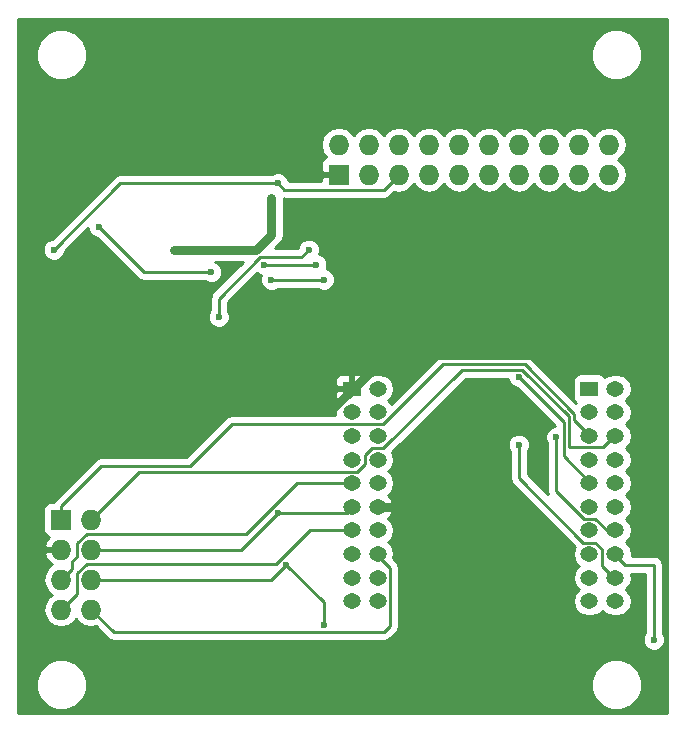
<source format=gbl>
G04 #@! TF.FileFunction,Copper,L2,Bot,Signal*
%FSLAX46Y46*%
G04 Gerber Fmt 4.6, Leading zero omitted, Abs format (unit mm)*
G04 Created by KiCad (PCBNEW 4.0.1-stable) date 16.12.2015 23:49:10*
%MOMM*%
G01*
G04 APERTURE LIST*
%ADD10C,0.100000*%
%ADD11R,1.727200X1.727200*%
%ADD12O,1.727200X1.727200*%
%ADD13R,1.500000X1.300000*%
%ADD14O,1.500000X1.300000*%
%ADD15C,0.600000*%
%ADD16C,0.250000*%
%ADD17C,0.800000*%
%ADD18C,0.254000*%
G04 APERTURE END LIST*
D10*
D11*
X157480000Y-84455000D03*
D12*
X157480000Y-81915000D03*
X160020000Y-84455000D03*
X160020000Y-81915000D03*
X162560000Y-84455000D03*
X162560000Y-81915000D03*
X165100000Y-84455000D03*
X165100000Y-81915000D03*
X167640000Y-84455000D03*
X167640000Y-81915000D03*
X170180000Y-84455000D03*
X170180000Y-81915000D03*
X172720000Y-84455000D03*
X172720000Y-81915000D03*
X175260000Y-84455000D03*
X175260000Y-81915000D03*
X177800000Y-84455000D03*
X177800000Y-81915000D03*
X180340000Y-84455000D03*
X180340000Y-81915000D03*
D13*
X158555000Y-102585000D03*
D14*
X160755000Y-102585000D03*
X158555000Y-104585000D03*
X160755000Y-104585000D03*
X158555000Y-106585000D03*
X160755000Y-106585000D03*
X158555000Y-108585000D03*
X160755000Y-108585000D03*
X158555000Y-110585000D03*
X160755000Y-110585000D03*
X158555000Y-112585000D03*
X160755000Y-112585000D03*
X158555000Y-114585000D03*
X160755000Y-114585000D03*
X158555000Y-116585000D03*
X160755000Y-116585000D03*
X158555000Y-118585000D03*
X160755000Y-118585000D03*
X158555000Y-120585000D03*
X160755000Y-120585000D03*
X180885000Y-104585000D03*
X180885000Y-106585000D03*
X178685000Y-106585000D03*
X180885000Y-102585000D03*
D13*
X178685000Y-102585000D03*
D14*
X178685000Y-104585000D03*
X178685000Y-118585000D03*
X180885000Y-118585000D03*
X180885000Y-120585000D03*
X180885000Y-114585000D03*
X178685000Y-116585000D03*
X180885000Y-116585000D03*
X178685000Y-120585000D03*
X178685000Y-114585000D03*
X178685000Y-112585000D03*
X180885000Y-110585000D03*
X178685000Y-108585000D03*
X180885000Y-108585000D03*
X178685000Y-110585000D03*
X180885000Y-112585000D03*
D11*
X133985000Y-113665000D03*
D12*
X136525000Y-113665000D03*
X133985000Y-116205000D03*
X136525000Y-116205000D03*
X133985000Y-118745000D03*
X136525000Y-118745000D03*
X133985000Y-121285000D03*
X136525000Y-121285000D03*
D15*
X153035000Y-117475000D03*
X156210000Y-122555000D03*
X147320000Y-96520000D03*
X154940000Y-90805000D03*
X135255000Y-105243760D03*
X180340000Y-99695000D03*
X173990000Y-99695000D03*
X165100000Y-125095000D03*
X145512231Y-104140000D03*
X152342769Y-113087231D03*
X133350000Y-90805000D03*
X152309990Y-85180010D03*
X143510000Y-90805000D03*
X151765000Y-86480000D03*
X172720000Y-101600000D03*
X146685000Y-92710000D03*
X137160000Y-88900000D03*
X172720000Y-107315000D03*
X175895000Y-106680000D03*
X184150000Y-123825000D03*
X156210000Y-93345000D03*
X151765000Y-93345000D03*
X155575000Y-92075000D03*
X151130000Y-92075000D03*
D16*
X136525000Y-118745000D02*
X151765000Y-118745000D01*
X151765000Y-118745000D02*
X153035000Y-117475000D01*
X156210000Y-120650000D02*
X153035000Y-117475000D01*
X156210000Y-122555000D02*
X156210000Y-120650000D01*
X147320000Y-94959998D02*
X147320000Y-96520000D01*
X154940000Y-90805000D02*
X154295001Y-91449999D01*
X154295001Y-91449999D02*
X150829999Y-91449999D01*
X150829999Y-91449999D02*
X147320000Y-94959998D01*
D17*
X135255000Y-105243760D02*
X144408471Y-105243760D01*
X144408471Y-105243760D02*
X145512231Y-104140000D01*
X173990000Y-99695000D02*
X180340000Y-99695000D01*
X161545000Y-99695000D02*
X173990000Y-99695000D01*
X158655000Y-102585000D02*
X161545000Y-99695000D01*
X165100000Y-114935000D02*
X162750000Y-112585000D01*
X162750000Y-112585000D02*
X160655000Y-112585000D01*
X165100000Y-125095000D02*
X165100000Y-114935000D01*
X145512231Y-104140000D02*
X157100000Y-104140000D01*
X157100000Y-104140000D02*
X158655000Y-102585000D01*
D16*
X136525000Y-116205000D02*
X149225000Y-116205000D01*
X149225000Y-116205000D02*
X152342769Y-113087231D01*
X152342769Y-113087231D02*
X158152769Y-113087231D01*
X158152769Y-113087231D02*
X158655000Y-112585000D01*
X138974990Y-85180010D02*
X133350000Y-90805000D01*
X152309990Y-85180010D02*
X138974990Y-85180010D01*
X152309990Y-85180010D02*
X152854980Y-85725000D01*
X152854980Y-85725000D02*
X161290000Y-85725000D01*
X161290000Y-85725000D02*
X161696401Y-85318599D01*
X161696401Y-85318599D02*
X162560000Y-84455000D01*
D17*
X150495000Y-90805000D02*
X143510000Y-90805000D01*
X151765000Y-89535000D02*
X150495000Y-90805000D01*
X151765000Y-86480000D02*
X151765000Y-89535000D01*
D16*
X172720000Y-101600000D02*
X176520001Y-105400001D01*
X176520001Y-105400001D02*
X176520001Y-108320001D01*
X176520001Y-108320001D02*
X178785000Y-110585000D01*
X140970000Y-92710000D02*
X146685000Y-92710000D01*
X137160000Y-88900000D02*
X140970000Y-92710000D01*
X172720000Y-107315000D02*
X172720000Y-110148852D01*
X172720000Y-110148852D02*
X178181138Y-115609990D01*
X178181138Y-115609990D02*
X179188862Y-115609990D01*
X179188862Y-115609990D02*
X179760010Y-116181138D01*
X179760010Y-116181138D02*
X179760010Y-117560010D01*
X179760010Y-117560010D02*
X180785000Y-118585000D01*
X175895000Y-106680000D02*
X175895000Y-111273872D01*
X175895000Y-111273872D02*
X178231118Y-113609990D01*
X178231118Y-113609990D02*
X179188862Y-113609990D01*
X179188862Y-113609990D02*
X180163872Y-114585000D01*
X180163872Y-114585000D02*
X180785000Y-114585000D01*
X184150000Y-123825000D02*
X184150000Y-117475000D01*
X184150000Y-117475000D02*
X181675000Y-117475000D01*
X181675000Y-117475000D02*
X180785000Y-116585000D01*
X151765000Y-93345000D02*
X156210000Y-93345000D01*
X151130000Y-92075000D02*
X155575000Y-92075000D01*
X133985000Y-118745000D02*
X134848599Y-117881401D01*
X135336399Y-116758601D02*
X135336399Y-115634471D01*
X134848599Y-117881401D02*
X134848599Y-117246401D01*
X135336399Y-115634471D02*
X136117269Y-114853601D01*
X134848599Y-117246401D02*
X135336399Y-116758601D01*
X136117269Y-114853601D02*
X149651397Y-114853601D01*
X149651397Y-114853601D02*
X153919998Y-110585000D01*
X153919998Y-110585000D02*
X158655000Y-110585000D01*
X133985000Y-121285000D02*
X135336399Y-119933601D01*
X135336399Y-119933601D02*
X135336399Y-118174471D01*
X154999998Y-114585000D02*
X158655000Y-114585000D01*
X135336399Y-118174471D02*
X136117269Y-117393601D01*
X136117269Y-117393601D02*
X152191397Y-117393601D01*
X152191397Y-117393601D02*
X154999998Y-114585000D01*
X136525000Y-121285000D02*
X138420001Y-123180001D01*
X138420001Y-123180001D02*
X161299999Y-123180001D01*
X161299999Y-123180001D02*
X161830010Y-122649990D01*
X161830010Y-122649990D02*
X161830010Y-117760010D01*
X161830010Y-117760010D02*
X160655000Y-116585000D01*
X180785000Y-106585000D02*
X179809990Y-107560010D01*
X173020001Y-100974999D02*
X167893853Y-100974999D01*
X179809990Y-107560010D02*
X176970011Y-107560010D01*
X159679990Y-108181138D02*
X159679990Y-108938882D01*
X137388599Y-112801401D02*
X136525000Y-113665000D01*
X176970011Y-107560010D02*
X176970011Y-104925009D01*
X167893853Y-100974999D02*
X161258862Y-107609990D01*
X159679990Y-108938882D02*
X159008882Y-109609990D01*
X176970011Y-104925009D02*
X173020001Y-100974999D01*
X161258862Y-107609990D02*
X160251138Y-107609990D01*
X160251138Y-107609990D02*
X159679990Y-108181138D01*
X159008882Y-109609990D02*
X140580010Y-109609990D01*
X140580010Y-109609990D02*
X137388599Y-112801401D01*
X178785000Y-106585000D02*
X177420020Y-105220020D01*
X177420020Y-105220020D02*
X177420020Y-104738608D01*
X177420020Y-104738608D02*
X173206401Y-100524989D01*
X166293883Y-100524989D02*
X161258862Y-105560010D01*
X173206401Y-100524989D02*
X166293883Y-100524989D01*
X161258862Y-105560010D02*
X148439990Y-105560010D01*
X148439990Y-105560010D02*
X144840020Y-109159980D01*
X144840020Y-109159980D02*
X137376420Y-109159980D01*
X137376420Y-109159980D02*
X133985000Y-112551400D01*
X133985000Y-112551400D02*
X133985000Y-113665000D01*
D18*
G36*
X185293000Y-130048000D02*
X130302000Y-130048000D01*
X130302000Y-128057815D01*
X131849630Y-128057815D01*
X132173980Y-128842800D01*
X132774041Y-129443909D01*
X133558459Y-129769628D01*
X134407815Y-129770370D01*
X135192800Y-129446020D01*
X135793909Y-128845959D01*
X136119628Y-128061541D01*
X136119631Y-128057815D01*
X178839630Y-128057815D01*
X179163980Y-128842800D01*
X179764041Y-129443909D01*
X180548459Y-129769628D01*
X181397815Y-129770370D01*
X182182800Y-129446020D01*
X182783909Y-128845959D01*
X183109628Y-128061541D01*
X183110370Y-127212185D01*
X182786020Y-126427200D01*
X182185959Y-125826091D01*
X181401541Y-125500372D01*
X180552185Y-125499630D01*
X179767200Y-125823980D01*
X179166091Y-126424041D01*
X178840372Y-127208459D01*
X178839630Y-128057815D01*
X136119631Y-128057815D01*
X136120370Y-127212185D01*
X135796020Y-126427200D01*
X135195959Y-125826091D01*
X134411541Y-125500372D01*
X133562185Y-125499630D01*
X132777200Y-125823980D01*
X132176091Y-126424041D01*
X131850372Y-127208459D01*
X131849630Y-128057815D01*
X130302000Y-128057815D01*
X130302000Y-118745000D01*
X132457041Y-118745000D01*
X132571115Y-119318489D01*
X132895971Y-119804670D01*
X133210752Y-120015000D01*
X132895971Y-120225330D01*
X132571115Y-120711511D01*
X132457041Y-121285000D01*
X132571115Y-121858489D01*
X132895971Y-122344670D01*
X133382152Y-122669526D01*
X133955641Y-122783600D01*
X134014359Y-122783600D01*
X134587848Y-122669526D01*
X135074029Y-122344670D01*
X135255000Y-122073828D01*
X135435971Y-122344670D01*
X135922152Y-122669526D01*
X136495641Y-122783600D01*
X136554359Y-122783600D01*
X136883356Y-122718158D01*
X137882600Y-123717402D01*
X138129162Y-123882149D01*
X138420001Y-123940001D01*
X161299999Y-123940001D01*
X161590838Y-123882149D01*
X161837400Y-123717402D01*
X162367411Y-123187391D01*
X162532158Y-122940829D01*
X162590010Y-122649990D01*
X162590010Y-117760010D01*
X162532158Y-117469171D01*
X162367411Y-117222609D01*
X162094576Y-116949774D01*
X162167134Y-116585000D01*
X162069319Y-116093252D01*
X161790766Y-115676368D01*
X161654024Y-115585000D01*
X161790766Y-115493632D01*
X162069319Y-115076748D01*
X162167134Y-114585000D01*
X162069319Y-114093252D01*
X161790766Y-113676368D01*
X161641087Y-113576356D01*
X161909378Y-113317678D01*
X162098099Y-112910471D01*
X161974067Y-112712000D01*
X160882000Y-112712000D01*
X160882000Y-112732000D01*
X160628000Y-112732000D01*
X160628000Y-112712000D01*
X160608000Y-112712000D01*
X160608000Y-112458000D01*
X160628000Y-112458000D01*
X160628000Y-112438000D01*
X160882000Y-112438000D01*
X160882000Y-112458000D01*
X161974067Y-112458000D01*
X162098099Y-112259529D01*
X161909378Y-111852322D01*
X161641087Y-111593644D01*
X161790766Y-111493632D01*
X162069319Y-111076748D01*
X162167134Y-110585000D01*
X162069319Y-110093252D01*
X161790766Y-109676368D01*
X161654024Y-109585000D01*
X161790766Y-109493632D01*
X162069319Y-109076748D01*
X162167134Y-108585000D01*
X162069319Y-108093252D01*
X161981633Y-107962021D01*
X168208655Y-101734999D01*
X171784882Y-101734999D01*
X171784838Y-101785167D01*
X171926883Y-102128943D01*
X172189673Y-102392192D01*
X172533201Y-102534838D01*
X172580077Y-102534879D01*
X175760001Y-105714803D01*
X175760001Y-105744882D01*
X175709833Y-105744838D01*
X175366057Y-105886883D01*
X175102808Y-106149673D01*
X174960162Y-106493201D01*
X174959838Y-106865167D01*
X175101883Y-107208943D01*
X175135000Y-107242118D01*
X175135000Y-111273872D01*
X175188430Y-111542480D01*
X173480000Y-109834050D01*
X173480000Y-107877463D01*
X173512192Y-107845327D01*
X173654838Y-107501799D01*
X173655162Y-107129833D01*
X173513117Y-106786057D01*
X173250327Y-106522808D01*
X172906799Y-106380162D01*
X172534833Y-106379838D01*
X172191057Y-106521883D01*
X171927808Y-106784673D01*
X171785162Y-107128201D01*
X171784838Y-107500167D01*
X171926883Y-107843943D01*
X171960000Y-107877118D01*
X171960000Y-110148852D01*
X172017852Y-110439691D01*
X172182599Y-110686253D01*
X177458367Y-115962021D01*
X177370681Y-116093252D01*
X177272866Y-116585000D01*
X177370681Y-117076748D01*
X177649234Y-117493632D01*
X177785976Y-117585000D01*
X177649234Y-117676368D01*
X177370681Y-118093252D01*
X177272866Y-118585000D01*
X177370681Y-119076748D01*
X177649234Y-119493632D01*
X177785976Y-119585000D01*
X177649234Y-119676368D01*
X177370681Y-120093252D01*
X177272866Y-120585000D01*
X177370681Y-121076748D01*
X177649234Y-121493632D01*
X178066118Y-121772185D01*
X178557866Y-121870000D01*
X178812134Y-121870000D01*
X179303882Y-121772185D01*
X179720766Y-121493632D01*
X179785000Y-121397499D01*
X179849234Y-121493632D01*
X180266118Y-121772185D01*
X180757866Y-121870000D01*
X181012134Y-121870000D01*
X181503882Y-121772185D01*
X181920766Y-121493632D01*
X182199319Y-121076748D01*
X182297134Y-120585000D01*
X182199319Y-120093252D01*
X181920766Y-119676368D01*
X181784024Y-119585000D01*
X181920766Y-119493632D01*
X182199319Y-119076748D01*
X182297134Y-118585000D01*
X182227514Y-118235000D01*
X183390000Y-118235000D01*
X183390000Y-123262537D01*
X183357808Y-123294673D01*
X183215162Y-123638201D01*
X183214838Y-124010167D01*
X183356883Y-124353943D01*
X183619673Y-124617192D01*
X183963201Y-124759838D01*
X184335167Y-124760162D01*
X184678943Y-124618117D01*
X184942192Y-124355327D01*
X185084838Y-124011799D01*
X185085162Y-123639833D01*
X184943117Y-123296057D01*
X184910000Y-123262882D01*
X184910000Y-117475000D01*
X184852148Y-117184161D01*
X184687401Y-116937599D01*
X184440839Y-116772852D01*
X184150000Y-116715000D01*
X182271275Y-116715000D01*
X182297134Y-116585000D01*
X182199319Y-116093252D01*
X181920766Y-115676368D01*
X181784024Y-115585000D01*
X181920766Y-115493632D01*
X182199319Y-115076748D01*
X182297134Y-114585000D01*
X182199319Y-114093252D01*
X181920766Y-113676368D01*
X181784024Y-113585000D01*
X181920766Y-113493632D01*
X182199319Y-113076748D01*
X182297134Y-112585000D01*
X182199319Y-112093252D01*
X181920766Y-111676368D01*
X181784024Y-111585000D01*
X181920766Y-111493632D01*
X182199319Y-111076748D01*
X182297134Y-110585000D01*
X182199319Y-110093252D01*
X181920766Y-109676368D01*
X181784024Y-109585000D01*
X181920766Y-109493632D01*
X182199319Y-109076748D01*
X182297134Y-108585000D01*
X182199319Y-108093252D01*
X181920766Y-107676368D01*
X181784024Y-107585000D01*
X181920766Y-107493632D01*
X182199319Y-107076748D01*
X182297134Y-106585000D01*
X182199319Y-106093252D01*
X181920766Y-105676368D01*
X181784024Y-105585000D01*
X181920766Y-105493632D01*
X182199319Y-105076748D01*
X182297134Y-104585000D01*
X182199319Y-104093252D01*
X181920766Y-103676368D01*
X181784024Y-103585000D01*
X181920766Y-103493632D01*
X182199319Y-103076748D01*
X182297134Y-102585000D01*
X182199319Y-102093252D01*
X181920766Y-101676368D01*
X181503882Y-101397815D01*
X181012134Y-101300000D01*
X180757866Y-101300000D01*
X180266118Y-101397815D01*
X179970863Y-101595098D01*
X179899090Y-101483559D01*
X179686890Y-101338569D01*
X179435000Y-101287560D01*
X177935000Y-101287560D01*
X177699683Y-101331838D01*
X177483559Y-101470910D01*
X177338569Y-101683110D01*
X177287560Y-101935000D01*
X177287560Y-103235000D01*
X177331838Y-103470317D01*
X177470910Y-103686441D01*
X177588718Y-103766936D01*
X177562455Y-103806241D01*
X173743802Y-99987588D01*
X173497240Y-99822841D01*
X173206401Y-99764989D01*
X166293883Y-99764989D01*
X166003044Y-99822841D01*
X165756482Y-99987588D01*
X161901691Y-103842379D01*
X161790766Y-103676368D01*
X161654024Y-103585000D01*
X161790766Y-103493632D01*
X162069319Y-103076748D01*
X162167134Y-102585000D01*
X162069319Y-102093252D01*
X161790766Y-101676368D01*
X161373882Y-101397815D01*
X160882134Y-101300000D01*
X160627866Y-101300000D01*
X160136118Y-101397815D01*
X159849215Y-101589517D01*
X159843327Y-101575302D01*
X159664699Y-101396673D01*
X159431310Y-101300000D01*
X158840750Y-101300000D01*
X158682000Y-101458750D01*
X158682000Y-102458000D01*
X158702000Y-102458000D01*
X158702000Y-102712000D01*
X158682000Y-102712000D01*
X158682000Y-102732000D01*
X158428000Y-102732000D01*
X158428000Y-102712000D01*
X157328750Y-102712000D01*
X157170000Y-102870750D01*
X157170000Y-103361309D01*
X157266673Y-103594698D01*
X157445301Y-103773327D01*
X157452465Y-103776295D01*
X157240681Y-104093252D01*
X157142866Y-104585000D01*
X157185634Y-104800010D01*
X148439990Y-104800010D01*
X148149150Y-104857862D01*
X147902589Y-105022609D01*
X144525218Y-108399980D01*
X137376420Y-108399980D01*
X137085581Y-108457832D01*
X136839019Y-108622579D01*
X133447599Y-112013999D01*
X133354080Y-112153960D01*
X133121400Y-112153960D01*
X132886083Y-112198238D01*
X132669959Y-112337310D01*
X132524969Y-112549510D01*
X132473960Y-112801400D01*
X132473960Y-114528600D01*
X132518238Y-114763917D01*
X132657310Y-114980041D01*
X132869510Y-115125031D01*
X132963375Y-115144039D01*
X132702312Y-115430053D01*
X132530042Y-115845974D01*
X132651183Y-116078000D01*
X133858000Y-116078000D01*
X133858000Y-116058000D01*
X134112000Y-116058000D01*
X134112000Y-116078000D01*
X134132000Y-116078000D01*
X134132000Y-116332000D01*
X134112000Y-116332000D01*
X134112000Y-116352000D01*
X133858000Y-116352000D01*
X133858000Y-116332000D01*
X132651183Y-116332000D01*
X132530042Y-116564026D01*
X132702312Y-116979947D01*
X133096510Y-117411821D01*
X133219228Y-117469336D01*
X132895971Y-117685330D01*
X132571115Y-118171511D01*
X132457041Y-118745000D01*
X130302000Y-118745000D01*
X130302000Y-101808691D01*
X157170000Y-101808691D01*
X157170000Y-102299250D01*
X157328750Y-102458000D01*
X158428000Y-102458000D01*
X158428000Y-101458750D01*
X158269250Y-101300000D01*
X157678690Y-101300000D01*
X157445301Y-101396673D01*
X157266673Y-101575302D01*
X157170000Y-101808691D01*
X130302000Y-101808691D01*
X130302000Y-90990167D01*
X132414838Y-90990167D01*
X132556883Y-91333943D01*
X132819673Y-91597192D01*
X133163201Y-91739838D01*
X133535167Y-91740162D01*
X133878943Y-91598117D01*
X134142192Y-91335327D01*
X134284838Y-90991799D01*
X134284879Y-90944923D01*
X136224908Y-89004894D01*
X136224838Y-89085167D01*
X136366883Y-89428943D01*
X136629673Y-89692192D01*
X136973201Y-89834838D01*
X137020077Y-89834879D01*
X140432599Y-93247401D01*
X140679161Y-93412148D01*
X140970000Y-93470000D01*
X146122537Y-93470000D01*
X146154673Y-93502192D01*
X146498201Y-93644838D01*
X146870167Y-93645162D01*
X147213943Y-93503117D01*
X147477192Y-93240327D01*
X147619838Y-92896799D01*
X147620162Y-92524833D01*
X147478117Y-92181057D01*
X147215327Y-91917808D01*
X147027945Y-91840000D01*
X149365196Y-91840000D01*
X146782599Y-94422597D01*
X146617852Y-94669159D01*
X146560000Y-94959998D01*
X146560000Y-95957537D01*
X146527808Y-95989673D01*
X146385162Y-96333201D01*
X146384838Y-96705167D01*
X146526883Y-97048943D01*
X146789673Y-97312192D01*
X147133201Y-97454838D01*
X147505167Y-97455162D01*
X147848943Y-97313117D01*
X148112192Y-97050327D01*
X148254838Y-96706799D01*
X148255162Y-96334833D01*
X148113117Y-95991057D01*
X148080000Y-95957882D01*
X148080000Y-95274800D01*
X150543689Y-92811111D01*
X150599673Y-92867192D01*
X150899332Y-92991622D01*
X150830162Y-93158201D01*
X150829838Y-93530167D01*
X150971883Y-93873943D01*
X151234673Y-94137192D01*
X151578201Y-94279838D01*
X151950167Y-94280162D01*
X152293943Y-94138117D01*
X152327118Y-94105000D01*
X155647537Y-94105000D01*
X155679673Y-94137192D01*
X156023201Y-94279838D01*
X156395167Y-94280162D01*
X156738943Y-94138117D01*
X157002192Y-93875327D01*
X157144838Y-93531799D01*
X157145162Y-93159833D01*
X157003117Y-92816057D01*
X156740327Y-92552808D01*
X156440668Y-92428378D01*
X156509838Y-92261799D01*
X156510162Y-91889833D01*
X156368117Y-91546057D01*
X156105327Y-91282808D01*
X155805668Y-91158378D01*
X155874838Y-90991799D01*
X155875162Y-90619833D01*
X155733117Y-90276057D01*
X155470327Y-90012808D01*
X155126799Y-89870162D01*
X154754833Y-89869838D01*
X154411057Y-90011883D01*
X154147808Y-90274673D01*
X154005162Y-90618201D01*
X154005121Y-90665077D01*
X153980199Y-90689999D01*
X152073712Y-90689999D01*
X152496853Y-90266858D01*
X152496856Y-90266856D01*
X152645095Y-90045000D01*
X152721215Y-89931078D01*
X152800001Y-89535000D01*
X152800000Y-89534995D01*
X152800000Y-86480000D01*
X152798771Y-86473819D01*
X152854980Y-86485000D01*
X161290000Y-86485000D01*
X161580839Y-86427148D01*
X161827401Y-86262401D01*
X162182027Y-85907775D01*
X162560000Y-85982959D01*
X163133489Y-85868885D01*
X163619670Y-85544029D01*
X163830000Y-85229248D01*
X164040330Y-85544029D01*
X164526511Y-85868885D01*
X165100000Y-85982959D01*
X165673489Y-85868885D01*
X166159670Y-85544029D01*
X166370000Y-85229248D01*
X166580330Y-85544029D01*
X167066511Y-85868885D01*
X167640000Y-85982959D01*
X168213489Y-85868885D01*
X168699670Y-85544029D01*
X168910000Y-85229248D01*
X169120330Y-85544029D01*
X169606511Y-85868885D01*
X170180000Y-85982959D01*
X170753489Y-85868885D01*
X171239670Y-85544029D01*
X171450000Y-85229248D01*
X171660330Y-85544029D01*
X172146511Y-85868885D01*
X172720000Y-85982959D01*
X173293489Y-85868885D01*
X173779670Y-85544029D01*
X173990000Y-85229248D01*
X174200330Y-85544029D01*
X174686511Y-85868885D01*
X175260000Y-85982959D01*
X175833489Y-85868885D01*
X176319670Y-85544029D01*
X176530000Y-85229248D01*
X176740330Y-85544029D01*
X177226511Y-85868885D01*
X177800000Y-85982959D01*
X178373489Y-85868885D01*
X178859670Y-85544029D01*
X179070000Y-85229248D01*
X179280330Y-85544029D01*
X179766511Y-85868885D01*
X180340000Y-85982959D01*
X180913489Y-85868885D01*
X181399670Y-85544029D01*
X181724526Y-85057848D01*
X181838600Y-84484359D01*
X181838600Y-84425641D01*
X181724526Y-83852152D01*
X181399670Y-83365971D01*
X181128828Y-83185000D01*
X181399670Y-83004029D01*
X181724526Y-82517848D01*
X181838600Y-81944359D01*
X181838600Y-81885641D01*
X181724526Y-81312152D01*
X181399670Y-80825971D01*
X180913489Y-80501115D01*
X180340000Y-80387041D01*
X179766511Y-80501115D01*
X179280330Y-80825971D01*
X179070000Y-81140752D01*
X178859670Y-80825971D01*
X178373489Y-80501115D01*
X177800000Y-80387041D01*
X177226511Y-80501115D01*
X176740330Y-80825971D01*
X176530000Y-81140752D01*
X176319670Y-80825971D01*
X175833489Y-80501115D01*
X175260000Y-80387041D01*
X174686511Y-80501115D01*
X174200330Y-80825971D01*
X173990000Y-81140752D01*
X173779670Y-80825971D01*
X173293489Y-80501115D01*
X172720000Y-80387041D01*
X172146511Y-80501115D01*
X171660330Y-80825971D01*
X171450000Y-81140752D01*
X171239670Y-80825971D01*
X170753489Y-80501115D01*
X170180000Y-80387041D01*
X169606511Y-80501115D01*
X169120330Y-80825971D01*
X168910000Y-81140752D01*
X168699670Y-80825971D01*
X168213489Y-80501115D01*
X167640000Y-80387041D01*
X167066511Y-80501115D01*
X166580330Y-80825971D01*
X166370000Y-81140752D01*
X166159670Y-80825971D01*
X165673489Y-80501115D01*
X165100000Y-80387041D01*
X164526511Y-80501115D01*
X164040330Y-80825971D01*
X163830000Y-81140752D01*
X163619670Y-80825971D01*
X163133489Y-80501115D01*
X162560000Y-80387041D01*
X161986511Y-80501115D01*
X161500330Y-80825971D01*
X161290000Y-81140752D01*
X161079670Y-80825971D01*
X160593489Y-80501115D01*
X160020000Y-80387041D01*
X159446511Y-80501115D01*
X158960330Y-80825971D01*
X158750000Y-81140752D01*
X158539670Y-80825971D01*
X158053489Y-80501115D01*
X157480000Y-80387041D01*
X156906511Y-80501115D01*
X156420330Y-80825971D01*
X156095474Y-81312152D01*
X155981400Y-81885641D01*
X155981400Y-81944359D01*
X156095474Y-82517848D01*
X156410526Y-82989356D01*
X156256701Y-83053073D01*
X156078073Y-83231702D01*
X155981400Y-83465091D01*
X155981400Y-84169250D01*
X156140150Y-84328000D01*
X157353000Y-84328000D01*
X157353000Y-84308000D01*
X157607000Y-84308000D01*
X157607000Y-84328000D01*
X157627000Y-84328000D01*
X157627000Y-84582000D01*
X157607000Y-84582000D01*
X157607000Y-84602000D01*
X157353000Y-84602000D01*
X157353000Y-84582000D01*
X156140150Y-84582000D01*
X155981400Y-84740750D01*
X155981400Y-84965000D01*
X153232821Y-84965000D01*
X153103107Y-84651067D01*
X152840317Y-84387818D01*
X152496789Y-84245172D01*
X152124823Y-84244848D01*
X151781047Y-84386893D01*
X151747872Y-84420010D01*
X138974990Y-84420010D01*
X138684151Y-84477862D01*
X138437589Y-84642609D01*
X133210320Y-89869878D01*
X133164833Y-89869838D01*
X132821057Y-90011883D01*
X132557808Y-90274673D01*
X132415162Y-90618201D01*
X132414838Y-90990167D01*
X130302000Y-90990167D01*
X130302000Y-74717815D01*
X131849630Y-74717815D01*
X132173980Y-75502800D01*
X132774041Y-76103909D01*
X133558459Y-76429628D01*
X134407815Y-76430370D01*
X135192800Y-76106020D01*
X135793909Y-75505959D01*
X136119628Y-74721541D01*
X136119631Y-74717815D01*
X178839630Y-74717815D01*
X179163980Y-75502800D01*
X179764041Y-76103909D01*
X180548459Y-76429628D01*
X181397815Y-76430370D01*
X182182800Y-76106020D01*
X182783909Y-75505959D01*
X183109628Y-74721541D01*
X183110370Y-73872185D01*
X182786020Y-73087200D01*
X182185959Y-72486091D01*
X181401541Y-72160372D01*
X180552185Y-72159630D01*
X179767200Y-72483980D01*
X179166091Y-73084041D01*
X178840372Y-73868459D01*
X178839630Y-74717815D01*
X136119631Y-74717815D01*
X136120370Y-73872185D01*
X135796020Y-73087200D01*
X135195959Y-72486091D01*
X134411541Y-72160372D01*
X133562185Y-72159630D01*
X132777200Y-72483980D01*
X132176091Y-73084041D01*
X131850372Y-73868459D01*
X131849630Y-74717815D01*
X130302000Y-74717815D01*
X130302000Y-71247000D01*
X185293000Y-71247000D01*
X185293000Y-130048000D01*
X185293000Y-130048000D01*
G37*
X185293000Y-130048000D02*
X130302000Y-130048000D01*
X130302000Y-128057815D01*
X131849630Y-128057815D01*
X132173980Y-128842800D01*
X132774041Y-129443909D01*
X133558459Y-129769628D01*
X134407815Y-129770370D01*
X135192800Y-129446020D01*
X135793909Y-128845959D01*
X136119628Y-128061541D01*
X136119631Y-128057815D01*
X178839630Y-128057815D01*
X179163980Y-128842800D01*
X179764041Y-129443909D01*
X180548459Y-129769628D01*
X181397815Y-129770370D01*
X182182800Y-129446020D01*
X182783909Y-128845959D01*
X183109628Y-128061541D01*
X183110370Y-127212185D01*
X182786020Y-126427200D01*
X182185959Y-125826091D01*
X181401541Y-125500372D01*
X180552185Y-125499630D01*
X179767200Y-125823980D01*
X179166091Y-126424041D01*
X178840372Y-127208459D01*
X178839630Y-128057815D01*
X136119631Y-128057815D01*
X136120370Y-127212185D01*
X135796020Y-126427200D01*
X135195959Y-125826091D01*
X134411541Y-125500372D01*
X133562185Y-125499630D01*
X132777200Y-125823980D01*
X132176091Y-126424041D01*
X131850372Y-127208459D01*
X131849630Y-128057815D01*
X130302000Y-128057815D01*
X130302000Y-118745000D01*
X132457041Y-118745000D01*
X132571115Y-119318489D01*
X132895971Y-119804670D01*
X133210752Y-120015000D01*
X132895971Y-120225330D01*
X132571115Y-120711511D01*
X132457041Y-121285000D01*
X132571115Y-121858489D01*
X132895971Y-122344670D01*
X133382152Y-122669526D01*
X133955641Y-122783600D01*
X134014359Y-122783600D01*
X134587848Y-122669526D01*
X135074029Y-122344670D01*
X135255000Y-122073828D01*
X135435971Y-122344670D01*
X135922152Y-122669526D01*
X136495641Y-122783600D01*
X136554359Y-122783600D01*
X136883356Y-122718158D01*
X137882600Y-123717402D01*
X138129162Y-123882149D01*
X138420001Y-123940001D01*
X161299999Y-123940001D01*
X161590838Y-123882149D01*
X161837400Y-123717402D01*
X162367411Y-123187391D01*
X162532158Y-122940829D01*
X162590010Y-122649990D01*
X162590010Y-117760010D01*
X162532158Y-117469171D01*
X162367411Y-117222609D01*
X162094576Y-116949774D01*
X162167134Y-116585000D01*
X162069319Y-116093252D01*
X161790766Y-115676368D01*
X161654024Y-115585000D01*
X161790766Y-115493632D01*
X162069319Y-115076748D01*
X162167134Y-114585000D01*
X162069319Y-114093252D01*
X161790766Y-113676368D01*
X161641087Y-113576356D01*
X161909378Y-113317678D01*
X162098099Y-112910471D01*
X161974067Y-112712000D01*
X160882000Y-112712000D01*
X160882000Y-112732000D01*
X160628000Y-112732000D01*
X160628000Y-112712000D01*
X160608000Y-112712000D01*
X160608000Y-112458000D01*
X160628000Y-112458000D01*
X160628000Y-112438000D01*
X160882000Y-112438000D01*
X160882000Y-112458000D01*
X161974067Y-112458000D01*
X162098099Y-112259529D01*
X161909378Y-111852322D01*
X161641087Y-111593644D01*
X161790766Y-111493632D01*
X162069319Y-111076748D01*
X162167134Y-110585000D01*
X162069319Y-110093252D01*
X161790766Y-109676368D01*
X161654024Y-109585000D01*
X161790766Y-109493632D01*
X162069319Y-109076748D01*
X162167134Y-108585000D01*
X162069319Y-108093252D01*
X161981633Y-107962021D01*
X168208655Y-101734999D01*
X171784882Y-101734999D01*
X171784838Y-101785167D01*
X171926883Y-102128943D01*
X172189673Y-102392192D01*
X172533201Y-102534838D01*
X172580077Y-102534879D01*
X175760001Y-105714803D01*
X175760001Y-105744882D01*
X175709833Y-105744838D01*
X175366057Y-105886883D01*
X175102808Y-106149673D01*
X174960162Y-106493201D01*
X174959838Y-106865167D01*
X175101883Y-107208943D01*
X175135000Y-107242118D01*
X175135000Y-111273872D01*
X175188430Y-111542480D01*
X173480000Y-109834050D01*
X173480000Y-107877463D01*
X173512192Y-107845327D01*
X173654838Y-107501799D01*
X173655162Y-107129833D01*
X173513117Y-106786057D01*
X173250327Y-106522808D01*
X172906799Y-106380162D01*
X172534833Y-106379838D01*
X172191057Y-106521883D01*
X171927808Y-106784673D01*
X171785162Y-107128201D01*
X171784838Y-107500167D01*
X171926883Y-107843943D01*
X171960000Y-107877118D01*
X171960000Y-110148852D01*
X172017852Y-110439691D01*
X172182599Y-110686253D01*
X177458367Y-115962021D01*
X177370681Y-116093252D01*
X177272866Y-116585000D01*
X177370681Y-117076748D01*
X177649234Y-117493632D01*
X177785976Y-117585000D01*
X177649234Y-117676368D01*
X177370681Y-118093252D01*
X177272866Y-118585000D01*
X177370681Y-119076748D01*
X177649234Y-119493632D01*
X177785976Y-119585000D01*
X177649234Y-119676368D01*
X177370681Y-120093252D01*
X177272866Y-120585000D01*
X177370681Y-121076748D01*
X177649234Y-121493632D01*
X178066118Y-121772185D01*
X178557866Y-121870000D01*
X178812134Y-121870000D01*
X179303882Y-121772185D01*
X179720766Y-121493632D01*
X179785000Y-121397499D01*
X179849234Y-121493632D01*
X180266118Y-121772185D01*
X180757866Y-121870000D01*
X181012134Y-121870000D01*
X181503882Y-121772185D01*
X181920766Y-121493632D01*
X182199319Y-121076748D01*
X182297134Y-120585000D01*
X182199319Y-120093252D01*
X181920766Y-119676368D01*
X181784024Y-119585000D01*
X181920766Y-119493632D01*
X182199319Y-119076748D01*
X182297134Y-118585000D01*
X182227514Y-118235000D01*
X183390000Y-118235000D01*
X183390000Y-123262537D01*
X183357808Y-123294673D01*
X183215162Y-123638201D01*
X183214838Y-124010167D01*
X183356883Y-124353943D01*
X183619673Y-124617192D01*
X183963201Y-124759838D01*
X184335167Y-124760162D01*
X184678943Y-124618117D01*
X184942192Y-124355327D01*
X185084838Y-124011799D01*
X185085162Y-123639833D01*
X184943117Y-123296057D01*
X184910000Y-123262882D01*
X184910000Y-117475000D01*
X184852148Y-117184161D01*
X184687401Y-116937599D01*
X184440839Y-116772852D01*
X184150000Y-116715000D01*
X182271275Y-116715000D01*
X182297134Y-116585000D01*
X182199319Y-116093252D01*
X181920766Y-115676368D01*
X181784024Y-115585000D01*
X181920766Y-115493632D01*
X182199319Y-115076748D01*
X182297134Y-114585000D01*
X182199319Y-114093252D01*
X181920766Y-113676368D01*
X181784024Y-113585000D01*
X181920766Y-113493632D01*
X182199319Y-113076748D01*
X182297134Y-112585000D01*
X182199319Y-112093252D01*
X181920766Y-111676368D01*
X181784024Y-111585000D01*
X181920766Y-111493632D01*
X182199319Y-111076748D01*
X182297134Y-110585000D01*
X182199319Y-110093252D01*
X181920766Y-109676368D01*
X181784024Y-109585000D01*
X181920766Y-109493632D01*
X182199319Y-109076748D01*
X182297134Y-108585000D01*
X182199319Y-108093252D01*
X181920766Y-107676368D01*
X181784024Y-107585000D01*
X181920766Y-107493632D01*
X182199319Y-107076748D01*
X182297134Y-106585000D01*
X182199319Y-106093252D01*
X181920766Y-105676368D01*
X181784024Y-105585000D01*
X181920766Y-105493632D01*
X182199319Y-105076748D01*
X182297134Y-104585000D01*
X182199319Y-104093252D01*
X181920766Y-103676368D01*
X181784024Y-103585000D01*
X181920766Y-103493632D01*
X182199319Y-103076748D01*
X182297134Y-102585000D01*
X182199319Y-102093252D01*
X181920766Y-101676368D01*
X181503882Y-101397815D01*
X181012134Y-101300000D01*
X180757866Y-101300000D01*
X180266118Y-101397815D01*
X179970863Y-101595098D01*
X179899090Y-101483559D01*
X179686890Y-101338569D01*
X179435000Y-101287560D01*
X177935000Y-101287560D01*
X177699683Y-101331838D01*
X177483559Y-101470910D01*
X177338569Y-101683110D01*
X177287560Y-101935000D01*
X177287560Y-103235000D01*
X177331838Y-103470317D01*
X177470910Y-103686441D01*
X177588718Y-103766936D01*
X177562455Y-103806241D01*
X173743802Y-99987588D01*
X173497240Y-99822841D01*
X173206401Y-99764989D01*
X166293883Y-99764989D01*
X166003044Y-99822841D01*
X165756482Y-99987588D01*
X161901691Y-103842379D01*
X161790766Y-103676368D01*
X161654024Y-103585000D01*
X161790766Y-103493632D01*
X162069319Y-103076748D01*
X162167134Y-102585000D01*
X162069319Y-102093252D01*
X161790766Y-101676368D01*
X161373882Y-101397815D01*
X160882134Y-101300000D01*
X160627866Y-101300000D01*
X160136118Y-101397815D01*
X159849215Y-101589517D01*
X159843327Y-101575302D01*
X159664699Y-101396673D01*
X159431310Y-101300000D01*
X158840750Y-101300000D01*
X158682000Y-101458750D01*
X158682000Y-102458000D01*
X158702000Y-102458000D01*
X158702000Y-102712000D01*
X158682000Y-102712000D01*
X158682000Y-102732000D01*
X158428000Y-102732000D01*
X158428000Y-102712000D01*
X157328750Y-102712000D01*
X157170000Y-102870750D01*
X157170000Y-103361309D01*
X157266673Y-103594698D01*
X157445301Y-103773327D01*
X157452465Y-103776295D01*
X157240681Y-104093252D01*
X157142866Y-104585000D01*
X157185634Y-104800010D01*
X148439990Y-104800010D01*
X148149150Y-104857862D01*
X147902589Y-105022609D01*
X144525218Y-108399980D01*
X137376420Y-108399980D01*
X137085581Y-108457832D01*
X136839019Y-108622579D01*
X133447599Y-112013999D01*
X133354080Y-112153960D01*
X133121400Y-112153960D01*
X132886083Y-112198238D01*
X132669959Y-112337310D01*
X132524969Y-112549510D01*
X132473960Y-112801400D01*
X132473960Y-114528600D01*
X132518238Y-114763917D01*
X132657310Y-114980041D01*
X132869510Y-115125031D01*
X132963375Y-115144039D01*
X132702312Y-115430053D01*
X132530042Y-115845974D01*
X132651183Y-116078000D01*
X133858000Y-116078000D01*
X133858000Y-116058000D01*
X134112000Y-116058000D01*
X134112000Y-116078000D01*
X134132000Y-116078000D01*
X134132000Y-116332000D01*
X134112000Y-116332000D01*
X134112000Y-116352000D01*
X133858000Y-116352000D01*
X133858000Y-116332000D01*
X132651183Y-116332000D01*
X132530042Y-116564026D01*
X132702312Y-116979947D01*
X133096510Y-117411821D01*
X133219228Y-117469336D01*
X132895971Y-117685330D01*
X132571115Y-118171511D01*
X132457041Y-118745000D01*
X130302000Y-118745000D01*
X130302000Y-101808691D01*
X157170000Y-101808691D01*
X157170000Y-102299250D01*
X157328750Y-102458000D01*
X158428000Y-102458000D01*
X158428000Y-101458750D01*
X158269250Y-101300000D01*
X157678690Y-101300000D01*
X157445301Y-101396673D01*
X157266673Y-101575302D01*
X157170000Y-101808691D01*
X130302000Y-101808691D01*
X130302000Y-90990167D01*
X132414838Y-90990167D01*
X132556883Y-91333943D01*
X132819673Y-91597192D01*
X133163201Y-91739838D01*
X133535167Y-91740162D01*
X133878943Y-91598117D01*
X134142192Y-91335327D01*
X134284838Y-90991799D01*
X134284879Y-90944923D01*
X136224908Y-89004894D01*
X136224838Y-89085167D01*
X136366883Y-89428943D01*
X136629673Y-89692192D01*
X136973201Y-89834838D01*
X137020077Y-89834879D01*
X140432599Y-93247401D01*
X140679161Y-93412148D01*
X140970000Y-93470000D01*
X146122537Y-93470000D01*
X146154673Y-93502192D01*
X146498201Y-93644838D01*
X146870167Y-93645162D01*
X147213943Y-93503117D01*
X147477192Y-93240327D01*
X147619838Y-92896799D01*
X147620162Y-92524833D01*
X147478117Y-92181057D01*
X147215327Y-91917808D01*
X147027945Y-91840000D01*
X149365196Y-91840000D01*
X146782599Y-94422597D01*
X146617852Y-94669159D01*
X146560000Y-94959998D01*
X146560000Y-95957537D01*
X146527808Y-95989673D01*
X146385162Y-96333201D01*
X146384838Y-96705167D01*
X146526883Y-97048943D01*
X146789673Y-97312192D01*
X147133201Y-97454838D01*
X147505167Y-97455162D01*
X147848943Y-97313117D01*
X148112192Y-97050327D01*
X148254838Y-96706799D01*
X148255162Y-96334833D01*
X148113117Y-95991057D01*
X148080000Y-95957882D01*
X148080000Y-95274800D01*
X150543689Y-92811111D01*
X150599673Y-92867192D01*
X150899332Y-92991622D01*
X150830162Y-93158201D01*
X150829838Y-93530167D01*
X150971883Y-93873943D01*
X151234673Y-94137192D01*
X151578201Y-94279838D01*
X151950167Y-94280162D01*
X152293943Y-94138117D01*
X152327118Y-94105000D01*
X155647537Y-94105000D01*
X155679673Y-94137192D01*
X156023201Y-94279838D01*
X156395167Y-94280162D01*
X156738943Y-94138117D01*
X157002192Y-93875327D01*
X157144838Y-93531799D01*
X157145162Y-93159833D01*
X157003117Y-92816057D01*
X156740327Y-92552808D01*
X156440668Y-92428378D01*
X156509838Y-92261799D01*
X156510162Y-91889833D01*
X156368117Y-91546057D01*
X156105327Y-91282808D01*
X155805668Y-91158378D01*
X155874838Y-90991799D01*
X155875162Y-90619833D01*
X155733117Y-90276057D01*
X155470327Y-90012808D01*
X155126799Y-89870162D01*
X154754833Y-89869838D01*
X154411057Y-90011883D01*
X154147808Y-90274673D01*
X154005162Y-90618201D01*
X154005121Y-90665077D01*
X153980199Y-90689999D01*
X152073712Y-90689999D01*
X152496853Y-90266858D01*
X152496856Y-90266856D01*
X152645095Y-90045000D01*
X152721215Y-89931078D01*
X152800001Y-89535000D01*
X152800000Y-89534995D01*
X152800000Y-86480000D01*
X152798771Y-86473819D01*
X152854980Y-86485000D01*
X161290000Y-86485000D01*
X161580839Y-86427148D01*
X161827401Y-86262401D01*
X162182027Y-85907775D01*
X162560000Y-85982959D01*
X163133489Y-85868885D01*
X163619670Y-85544029D01*
X163830000Y-85229248D01*
X164040330Y-85544029D01*
X164526511Y-85868885D01*
X165100000Y-85982959D01*
X165673489Y-85868885D01*
X166159670Y-85544029D01*
X166370000Y-85229248D01*
X166580330Y-85544029D01*
X167066511Y-85868885D01*
X167640000Y-85982959D01*
X168213489Y-85868885D01*
X168699670Y-85544029D01*
X168910000Y-85229248D01*
X169120330Y-85544029D01*
X169606511Y-85868885D01*
X170180000Y-85982959D01*
X170753489Y-85868885D01*
X171239670Y-85544029D01*
X171450000Y-85229248D01*
X171660330Y-85544029D01*
X172146511Y-85868885D01*
X172720000Y-85982959D01*
X173293489Y-85868885D01*
X173779670Y-85544029D01*
X173990000Y-85229248D01*
X174200330Y-85544029D01*
X174686511Y-85868885D01*
X175260000Y-85982959D01*
X175833489Y-85868885D01*
X176319670Y-85544029D01*
X176530000Y-85229248D01*
X176740330Y-85544029D01*
X177226511Y-85868885D01*
X177800000Y-85982959D01*
X178373489Y-85868885D01*
X178859670Y-85544029D01*
X179070000Y-85229248D01*
X179280330Y-85544029D01*
X179766511Y-85868885D01*
X180340000Y-85982959D01*
X180913489Y-85868885D01*
X181399670Y-85544029D01*
X181724526Y-85057848D01*
X181838600Y-84484359D01*
X181838600Y-84425641D01*
X181724526Y-83852152D01*
X181399670Y-83365971D01*
X181128828Y-83185000D01*
X181399670Y-83004029D01*
X181724526Y-82517848D01*
X181838600Y-81944359D01*
X181838600Y-81885641D01*
X181724526Y-81312152D01*
X181399670Y-80825971D01*
X180913489Y-80501115D01*
X180340000Y-80387041D01*
X179766511Y-80501115D01*
X179280330Y-80825971D01*
X179070000Y-81140752D01*
X178859670Y-80825971D01*
X178373489Y-80501115D01*
X177800000Y-80387041D01*
X177226511Y-80501115D01*
X176740330Y-80825971D01*
X176530000Y-81140752D01*
X176319670Y-80825971D01*
X175833489Y-80501115D01*
X175260000Y-80387041D01*
X174686511Y-80501115D01*
X174200330Y-80825971D01*
X173990000Y-81140752D01*
X173779670Y-80825971D01*
X173293489Y-80501115D01*
X172720000Y-80387041D01*
X172146511Y-80501115D01*
X171660330Y-80825971D01*
X171450000Y-81140752D01*
X171239670Y-80825971D01*
X170753489Y-80501115D01*
X170180000Y-80387041D01*
X169606511Y-80501115D01*
X169120330Y-80825971D01*
X168910000Y-81140752D01*
X168699670Y-80825971D01*
X168213489Y-80501115D01*
X167640000Y-80387041D01*
X167066511Y-80501115D01*
X166580330Y-80825971D01*
X166370000Y-81140752D01*
X166159670Y-80825971D01*
X165673489Y-80501115D01*
X165100000Y-80387041D01*
X164526511Y-80501115D01*
X164040330Y-80825971D01*
X163830000Y-81140752D01*
X163619670Y-80825971D01*
X163133489Y-80501115D01*
X162560000Y-80387041D01*
X161986511Y-80501115D01*
X161500330Y-80825971D01*
X161290000Y-81140752D01*
X161079670Y-80825971D01*
X160593489Y-80501115D01*
X160020000Y-80387041D01*
X159446511Y-80501115D01*
X158960330Y-80825971D01*
X158750000Y-81140752D01*
X158539670Y-80825971D01*
X158053489Y-80501115D01*
X157480000Y-80387041D01*
X156906511Y-80501115D01*
X156420330Y-80825971D01*
X156095474Y-81312152D01*
X155981400Y-81885641D01*
X155981400Y-81944359D01*
X156095474Y-82517848D01*
X156410526Y-82989356D01*
X156256701Y-83053073D01*
X156078073Y-83231702D01*
X155981400Y-83465091D01*
X155981400Y-84169250D01*
X156140150Y-84328000D01*
X157353000Y-84328000D01*
X157353000Y-84308000D01*
X157607000Y-84308000D01*
X157607000Y-84328000D01*
X157627000Y-84328000D01*
X157627000Y-84582000D01*
X157607000Y-84582000D01*
X157607000Y-84602000D01*
X157353000Y-84602000D01*
X157353000Y-84582000D01*
X156140150Y-84582000D01*
X155981400Y-84740750D01*
X155981400Y-84965000D01*
X153232821Y-84965000D01*
X153103107Y-84651067D01*
X152840317Y-84387818D01*
X152496789Y-84245172D01*
X152124823Y-84244848D01*
X151781047Y-84386893D01*
X151747872Y-84420010D01*
X138974990Y-84420010D01*
X138684151Y-84477862D01*
X138437589Y-84642609D01*
X133210320Y-89869878D01*
X133164833Y-89869838D01*
X132821057Y-90011883D01*
X132557808Y-90274673D01*
X132415162Y-90618201D01*
X132414838Y-90990167D01*
X130302000Y-90990167D01*
X130302000Y-74717815D01*
X131849630Y-74717815D01*
X132173980Y-75502800D01*
X132774041Y-76103909D01*
X133558459Y-76429628D01*
X134407815Y-76430370D01*
X135192800Y-76106020D01*
X135793909Y-75505959D01*
X136119628Y-74721541D01*
X136119631Y-74717815D01*
X178839630Y-74717815D01*
X179163980Y-75502800D01*
X179764041Y-76103909D01*
X180548459Y-76429628D01*
X181397815Y-76430370D01*
X182182800Y-76106020D01*
X182783909Y-75505959D01*
X183109628Y-74721541D01*
X183110370Y-73872185D01*
X182786020Y-73087200D01*
X182185959Y-72486091D01*
X181401541Y-72160372D01*
X180552185Y-72159630D01*
X179767200Y-72483980D01*
X179166091Y-73084041D01*
X178840372Y-73868459D01*
X178839630Y-74717815D01*
X136119631Y-74717815D01*
X136120370Y-73872185D01*
X135796020Y-73087200D01*
X135195959Y-72486091D01*
X134411541Y-72160372D01*
X133562185Y-72159630D01*
X132777200Y-72483980D01*
X132176091Y-73084041D01*
X131850372Y-73868459D01*
X131849630Y-74717815D01*
X130302000Y-74717815D01*
X130302000Y-71247000D01*
X185293000Y-71247000D01*
X185293000Y-130048000D01*
M02*

</source>
